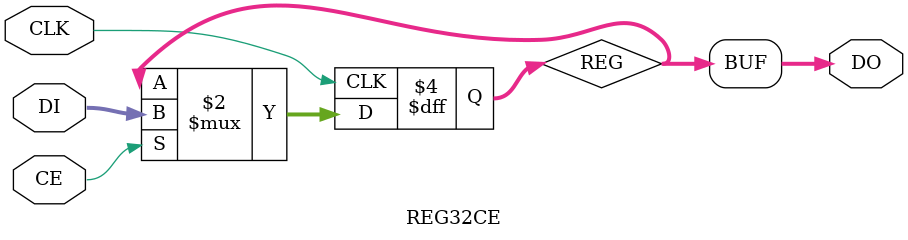
<source format=v>
`timescale 1ns / 1ps
module REG32CE(
    input CLK,
    input CE,
    input [31:0] DI,
    output [31:0] DO
    );

reg [31:0] REG;

always @ (posedge CLK)
    begin
        if(CE) REG <= DI;  // Save DI to REG
    end
	 
	 assign DO = REG; // Saved Data send to output 
	 
endmodule

</source>
